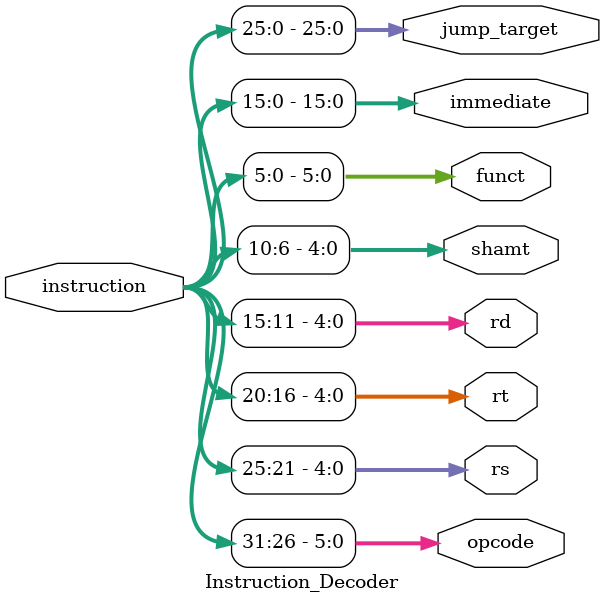
<source format=v>


module Instruction_Decoder(
    input  [31:0] instruction, // Instrucción de 32 bits
    output [5:0]  opcode,      // Código de operación
    output [4:0]  rs,          // Registro fuente 1
    output [4:0]  rt,          // Registro fuente 2 / destino
    output [4:0]  rd,          // Registro destino
    output [4:0]  shamt,       // Cantidad de desplazamiento
    output [5:0]  funct,       // Función (para instrucciones R-type)
    output [15:0] immediate,   // Valor inmediato (para instrucciones I-type)
    output [25:0] jump_target  // Índice de instrucción (para instrucciones J-type)
);

    // Descomposición de la instrucción en sus campos
    assign opcode      = instruction[31:26];
    assign rs          = instruction[25:21];
    assign rt          = instruction[20:16];
    assign rd          = instruction[15:11];
    assign shamt       = instruction[10:6];
    assign funct       = instruction[5:0];

    assign immediate   = instruction[15:0];

    assign jump_target = instruction[25:0];

    endmodule
</source>
